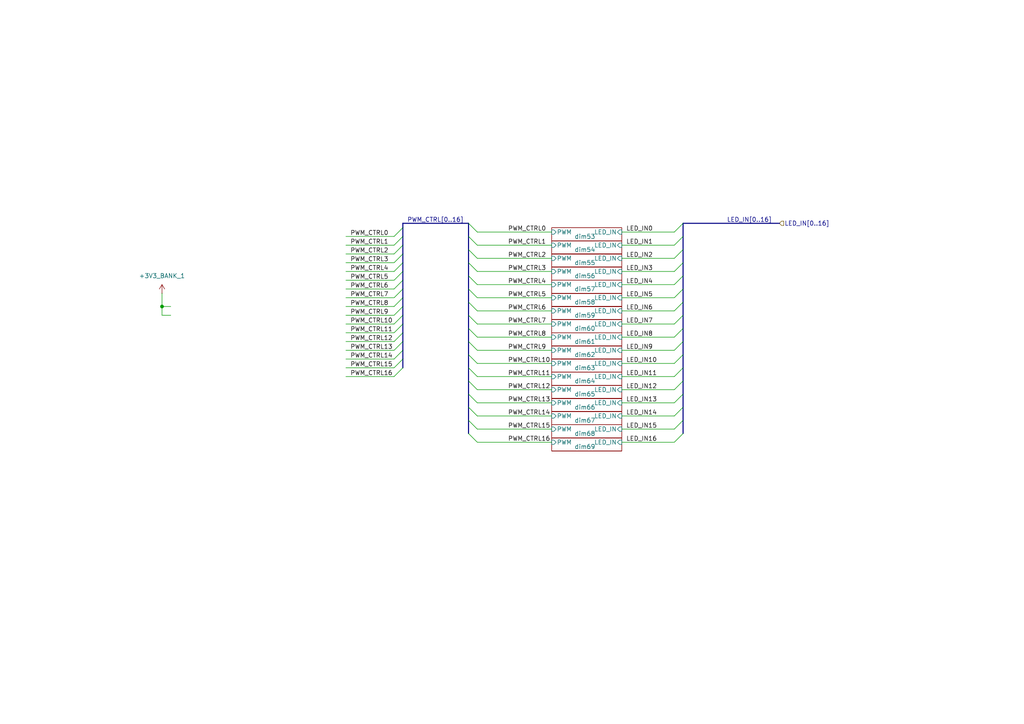
<source format=kicad_sch>
(kicad_sch (version 20231120) (generator "eeschema") (generator_version "8.0")
  (paper "A4")
  (lib_symbols
    (symbol "power:+3V3" (power) (pin_numbers hide) (pin_names (offset 0) hide)
      (property "Value" "+3V3" (at 0 3.556 0))
      (symbol "+3V3_0_1"
        (polyline (pts (xy -0.762 1.27) (xy 0 2.54)))
        (polyline (pts (xy 0 0) (xy 0 2.54)))
        (polyline (pts (xy 0 2.54) (xy 0.762 1.27)))
      )
      (symbol "+3V3_1_1"
        (pin power_in line (at 0 0 90) (length 0) (name "~") (number "1"))
      )
    )
  )
  (junction (at 46.99 88.9))
  (bus_entry (at 116.84 91.44) (size -2.54 2.54))
  (bus_entry (at 116.84 66.04) (size -2.54 2.54))
  (bus_entry (at 116.84 96.52) (size -2.54 2.54))
  (bus_entry (at 198.12 91.44) (size -2.54 2.54))
  (bus_entry (at 198.12 64.77) (size -2.54 2.54))
  (bus_entry (at 198.12 72.39) (size -2.54 2.54))
  (bus_entry (at 135.89 76.2) (size 2.54 2.54))
  (bus_entry (at 198.12 87.63) (size -2.54 2.54))
  (bus_entry (at 135.89 72.39) (size 2.54 2.54))
  (bus_entry (at 116.84 83.82) (size -2.54 2.54))
  (bus_entry (at 135.89 125.73) (size 2.54 2.54))
  (bus_entry (at 198.12 114.3) (size -2.54 2.54))
  (bus_entry (at 135.89 121.92) (size 2.54 2.54))
  (bus_entry (at 116.84 99.06) (size -2.54 2.54))
  (bus_entry (at 135.89 87.63) (size 2.54 2.54))
  (bus_entry (at 116.84 101.6) (size -2.54 2.54))
  (bus_entry (at 198.12 80.01) (size -2.54 2.54))
  (bus_entry (at 135.89 110.49) (size 2.54 2.54))
  (bus_entry (at 198.12 106.68) (size -2.54 2.54))
  (bus_entry (at 116.84 106.68) (size -2.54 2.54))
  (bus_entry (at 116.84 86.36) (size -2.54 2.54))
  (bus_entry (at 135.89 106.68) (size 2.54 2.54))
  (bus_entry (at 135.89 118.11) (size 2.54 2.54))
  (bus_entry (at 116.84 73.66) (size -2.54 2.54))
  (bus_entry (at 198.12 125.73) (size -2.54 2.54))
  (bus_entry (at 135.89 91.44) (size 2.54 2.54))
  (bus_entry (at 135.89 114.3) (size 2.54 2.54))
  (bus_entry (at 198.12 102.87) (size -2.54 2.54))
  (bus_entry (at 135.89 64.77) (size 2.54 2.54))
  (bus_entry (at 198.12 99.06) (size -2.54 2.54))
  (bus_entry (at 198.12 76.2) (size -2.54 2.54))
  (bus_entry (at 116.84 71.12) (size -2.54 2.54))
  (bus_entry (at 116.84 104.14) (size -2.54 2.54))
  (bus_entry (at 198.12 118.11) (size -2.54 2.54))
  (bus_entry (at 198.12 95.25) (size -2.54 2.54))
  (bus_entry (at 116.84 93.98) (size -2.54 2.54))
  (bus_entry (at 135.89 95.25) (size 2.54 2.54))
  (bus_entry (at 198.12 68.58) (size -2.54 2.54))
  (bus_entry (at 135.89 102.87) (size 2.54 2.54))
  (bus_entry (at 116.84 76.2) (size -2.54 2.54))
  (bus_entry (at 116.84 81.28) (size -2.54 2.54))
  (bus_entry (at 198.12 121.92) (size -2.54 2.54))
  (bus_entry (at 135.89 83.82) (size 2.54 2.54))
  (bus_entry (at 116.84 88.9) (size -2.54 2.54))
  (bus_entry (at 198.12 110.49) (size -2.54 2.54))
  (bus_entry (at 116.84 68.58) (size -2.54 2.54))
  (bus_entry (at 116.84 78.74) (size -2.54 2.54))
  (bus_entry (at 135.89 99.06) (size 2.54 2.54))
  (bus_entry (at 135.89 68.58) (size 2.54 2.54))
  (bus_entry (at 198.12 83.82) (size -2.54 2.54))
  (bus_entry (at 135.89 80.01) (size 2.54 2.54))
  (wire (pts (xy 180.34 97.79) (xy 195.58 97.79)))
  (wire (pts (xy 100.33 81.28) (xy 114.3 81.28)))
  (wire (pts (xy 180.34 93.98) (xy 195.58 93.98)))
  (bus (pts (xy 116.84 101.6) (xy 116.84 104.14)))
  (wire (pts (xy 138.43 113.03) (xy 160.02 113.03)))
  (wire (pts (xy 138.43 116.84) (xy 160.02 116.84)))
  (wire (pts (xy 100.33 106.68) (xy 114.3 106.68)))
  (wire (pts (xy 100.33 96.52) (xy 114.3 96.52)))
  (bus (pts (xy 116.84 91.44) (xy 116.84 93.98)))
  (bus (pts (xy 116.84 86.36) (xy 116.84 88.9)))
  (bus (pts (xy 198.12 99.06) (xy 198.12 95.25)))
  (wire (pts (xy 180.34 109.22) (xy 195.58 109.22)))
  (bus (pts (xy 198.12 102.87) (xy 198.12 99.06)))
  (bus (pts (xy 135.89 80.01) (xy 135.89 83.82)))
  (bus (pts (xy 198.12 114.3) (xy 198.12 110.49)))
  (wire (pts (xy 138.43 105.41) (xy 160.02 105.41)))
  (bus (pts (xy 116.84 64.77) (xy 135.89 64.77)))
  (bus (pts (xy 198.12 87.63) (xy 198.12 83.82)))
  (wire (pts (xy 180.34 120.65) (xy 195.58 120.65)))
  (bus (pts (xy 116.84 73.66) (xy 116.84 76.2)))
  (wire (pts (xy 180.34 101.6) (xy 195.58 101.6)))
  (bus (pts (xy 135.89 118.11) (xy 135.89 121.92)))
  (bus (pts (xy 135.89 121.92) (xy 135.89 125.73)))
  (wire (pts (xy 138.43 101.6) (xy 160.02 101.6)))
  (bus (pts (xy 116.84 66.04) (xy 116.84 68.58)))
  (wire (pts (xy 138.43 97.79) (xy 160.02 97.79)))
  (wire (pts (xy 100.33 88.9) (xy 114.3 88.9)))
  (wire (pts (xy 180.34 116.84) (xy 195.58 116.84)))
  (bus (pts (xy 135.89 87.63) (xy 135.89 91.44)))
  (bus (pts (xy 135.89 91.44) (xy 135.89 95.25)))
  (wire (pts (xy 100.33 99.06) (xy 114.3 99.06)))
  (wire (pts (xy 180.34 124.46) (xy 195.58 124.46)))
  (wire (pts (xy 100.33 78.74) (xy 114.3 78.74)))
  (bus (pts (xy 198.12 91.44) (xy 198.12 87.63)))
  (wire (pts (xy 100.33 86.36) (xy 114.3 86.36)))
  (bus (pts (xy 116.84 99.06) (xy 116.84 101.6)))
  (wire (pts (xy 138.43 86.36) (xy 160.02 86.36)))
  (wire (pts (xy 100.33 104.14) (xy 114.3 104.14)))
  (bus (pts (xy 135.89 114.3) (xy 135.89 118.11)))
  (wire (pts (xy 138.43 90.17) (xy 160.02 90.17)))
  (wire (pts (xy 180.34 105.41) (xy 195.58 105.41)))
  (bus (pts (xy 116.84 76.2) (xy 116.84 78.74)))
  (wire (pts (xy 138.43 120.65) (xy 160.02 120.65)))
  (wire (pts (xy 138.43 71.12) (xy 160.02 71.12)))
  (wire (pts (xy 100.33 68.58) (xy 114.3 68.58)))
  (bus (pts (xy 116.84 64.77) (xy 116.84 66.04)))
  (bus (pts (xy 198.12 80.01) (xy 198.12 76.2)))
  (wire (pts (xy 138.43 74.93) (xy 160.02 74.93)))
  (wire (pts (xy 100.33 93.98) (xy 114.3 93.98)))
  (bus (pts (xy 198.12 68.58) (xy 198.12 64.77)))
  (bus (pts (xy 116.84 78.74) (xy 116.84 81.28)))
  (wire (pts (xy 180.34 128.27) (xy 195.58 128.27)))
  (bus (pts (xy 135.89 106.68) (xy 135.89 110.49)))
  (wire (pts (xy 138.43 109.22) (xy 160.02 109.22)))
  (bus (pts (xy 198.12 121.92) (xy 198.12 118.11)))
  (bus (pts (xy 116.84 88.9) (xy 116.84 91.44)))
  (wire (pts (xy 100.33 73.66) (xy 114.3 73.66)))
  (wire (pts (xy 180.34 86.36) (xy 195.58 86.36)))
  (bus (pts (xy 116.84 96.52) (xy 116.84 99.06)))
  (bus (pts (xy 135.89 102.87) (xy 135.89 106.68)))
  (bus (pts (xy 116.84 104.14) (xy 116.84 106.68)))
  (wire (pts (xy 180.34 74.93) (xy 195.58 74.93)))
  (bus (pts (xy 135.89 76.2) (xy 135.89 80.01)))
  (wire (pts (xy 46.99 88.9) (xy 49.53 88.9)))
  (bus (pts (xy 135.89 68.58) (xy 135.89 72.39)))
  (bus (pts (xy 116.84 83.82) (xy 116.84 86.36)))
  (wire (pts (xy 100.33 83.82) (xy 114.3 83.82)))
  (wire (pts (xy 46.99 85.09) (xy 46.99 88.9)))
  (wire (pts (xy 100.33 91.44) (xy 114.3 91.44)))
  (bus (pts (xy 135.89 95.25) (xy 135.89 99.06)))
  (wire (pts (xy 100.33 109.22) (xy 114.3 109.22)))
  (bus (pts (xy 135.89 72.39) (xy 135.89 76.2)))
  (wire (pts (xy 180.34 82.55) (xy 195.58 82.55)))
  (bus (pts (xy 116.84 93.98) (xy 116.84 96.52)))
  (bus (pts (xy 135.89 83.82) (xy 135.89 87.63)))
  (wire (pts (xy 180.34 71.12) (xy 195.58 71.12)))
  (wire (pts (xy 46.99 91.44) (xy 46.99 88.9)))
  (bus (pts (xy 198.12 64.77) (xy 226.06 64.77)))
  (wire (pts (xy 180.34 90.17) (xy 195.58 90.17)))
  (bus (pts (xy 116.84 68.58) (xy 116.84 71.12)))
  (bus (pts (xy 198.12 110.49) (xy 198.12 106.68)))
  (wire (pts (xy 138.43 124.46) (xy 160.02 124.46)))
  (bus (pts (xy 198.12 72.39) (xy 198.12 68.58)))
  (bus (pts (xy 135.89 99.06) (xy 135.89 102.87)))
  (bus (pts (xy 135.89 110.49) (xy 135.89 114.3)))
  (wire (pts (xy 138.43 82.55) (xy 160.02 82.55)))
  (bus (pts (xy 198.12 118.11) (xy 198.12 114.3)))
  (wire (pts (xy 180.34 113.03) (xy 195.58 113.03)))
  (bus (pts (xy 198.12 83.82) (xy 198.12 80.01)))
  (wire (pts (xy 100.33 76.2) (xy 114.3 76.2)))
  (wire (pts (xy 138.43 78.74) (xy 160.02 78.74)))
  (wire (pts (xy 138.43 93.98) (xy 160.02 93.98)))
  (wire (pts (xy 138.43 67.31) (xy 160.02 67.31)))
  (bus (pts (xy 135.89 64.77) (xy 135.89 68.58)))
  (bus (pts (xy 198.12 76.2) (xy 198.12 72.39)))
  (bus (pts (xy 198.12 125.73) (xy 198.12 121.92)))
  (wire (pts (xy 180.34 67.31) (xy 195.58 67.31)))
  (bus (pts (xy 198.12 106.68) (xy 198.12 102.87)))
  (bus (pts (xy 198.12 95.25) (xy 198.12 91.44)))
  (wire (pts (xy 100.33 101.6) (xy 114.3 101.6)))
  (wire (pts (xy 138.43 128.27) (xy 160.02 128.27)))
  (bus (pts (xy 116.84 71.12) (xy 116.84 73.66)))
  (wire (pts (xy 100.33 71.12) (xy 114.3 71.12)))
  (wire (pts (xy 180.34 78.74) (xy 195.58 78.74)))
  (wire (pts (xy 49.53 91.44) (xy 46.99 91.44)))
  (bus (pts (xy 116.84 81.28) (xy 116.84 83.82)))
  (label "PWM_CTRL7" (at 101.6 86.36 0))
  (label "PWM_CTRL15" (at 101.6 106.68 0))
  (label "PWM_CTRL11" (at 101.6 96.52 0))
  (label "PWM_CTRL16" (at 147.32 128.27 0))
  (label "LED_IN2" (at 181.61 74.93 0))
  (label "PWM_CTRL3" (at 101.6 76.2 0))
  (label "PWM_CTRL10" (at 101.6 93.98 0))
  (label "PWM_CTRL2" (at 147.32 74.93 0))
  (label "PWM_CTRL1" (at 147.32 71.12 0))
  (label "PWM_CTRL9" (at 101.6 91.44 0))
  (label "LED_IN1" (at 181.61 71.12 0))
  (label "LED_IN10" (at 181.61 105.41 0))
  (label "PWM_CTRL6" (at 101.6 83.82 0))
  (label "PWM_CTRL7" (at 147.32 93.98 0))
  (label "PWM_CTRL[0..16]" (at 118.11 64.77 0))
  (label "PWM_CTRL16" (at 101.6 109.22 0))
  (label "PWM_CTRL8" (at 147.32 97.79 0))
  (label "PWM_CTRL2" (at 101.6 73.66 0))
  (label "PWM_CTRL15" (at 147.32 124.46 0))
  (label "LED_IN16" (at 181.61 128.27 0))
  (label "LED_IN3" (at 181.61 78.74 0))
  (label "PWM_CTRL5" (at 147.32 86.36 0))
  (label "PWM_CTRL14" (at 147.32 120.65 0))
  (label "PWM_CTRL0" (at 101.6 68.58 0))
  (label "LED_IN14" (at 181.61 120.65 0))
  (label "LED_IN11" (at 181.61 109.22 0))
  (label "LED_IN6" (at 181.61 90.17 0))
  (label "PWM_CTRL5" (at 101.6 81.28 0))
  (label "LED_IN8" (at 181.61 97.79 0))
  (label "PWM_CTRL6" (at 147.32 90.17 0))
  (label "LED_IN9" (at 181.61 101.6 0))
  (label "PWM_CTRL9" (at 147.32 101.6 0))
  (label "LED_IN0" (at 181.61 67.31 0))
  (label "LED_IN13" (at 181.61 116.84 0))
  (label "PWM_CTRL13" (at 147.32 116.84 0))
  (label "PWM_CTRL14" (at 101.6 104.14 0))
  (label "PWM_CTRL10" (at 147.32 105.41 0))
  (label "LED_IN15" (at 181.61 124.46 0))
  (label "PWM_CTRL3" (at 147.32 78.74 0))
  (label "LED_IN4" (at 181.61 82.55 0))
  (label "PWM_CTRL13" (at 101.6 101.6 0))
  (label "PWM_CTRL4" (at 101.6 78.74 0))
  (label "LED_IN7" (at 181.61 93.98 0))
  (label "PWM_CTRL8" (at 101.6 88.9 0))
  (label "PWM_CTRL12" (at 147.32 113.03 0))
  (label "PWM_CTRL0" (at 147.32 67.31 0))
  (label "LED_IN5" (at 181.61 86.36 0))
  (label "PWM_CTRL11" (at 147.32 109.22 0))
  (label "LED_IN12" (at 181.61 113.03 0))
  (label "PWM_CTRL1" (at 101.6 71.12 0))
  (label "LED_IN[0..16]" (at 210.82 64.77 0))
  (label "PWM_CTRL12" (at 101.6 99.06 0))
  (label "PWM_CTRL4" (at 147.32 82.55 0))
  (hierarchical_label "LED_IN[0..16]" (shape input) (at 226.06 64.77 0))
  (symbol (lib_id "power:+3V3") (at 46.99 85.09 0) (unit 1)
    (property "Reference" "#PWR0232" (effects (hide yes)))
    (property "Value" "+3V3_BANK_1" (at 46.99 80.01 0))
    (property "Description" "Power symbol creates a global label with name \"+3V3\"" (effects (hide yes)))
  )
  (sheet (at 160.02 127) (size 20.32 3.81) (stroke (width 0.1524))
    (property "Sheetname" "dim69" (at 166.624 130.302 0) (effects (justify left bottom)))
    (property "Sheetfile" "dim.kicad_sch" (effects (hide yes)))
    (pin "LED_IN" input (at 180.34 128.27 0))
    (pin "PWM" input (at 160.02 128.27 180))
  )
  (sheet (at 160.02 119.38) (size 20.32 3.81) (stroke (width 0.1524))
    (property "Sheetname" "dim67" (at 166.624 122.682 0) (effects (justify left bottom)))
    (property "Sheetfile" "dim.kicad_sch" (effects (hide yes)))
    (pin "LED_IN" input (at 180.34 120.65 0))
    (pin "PWM" input (at 160.02 120.65 180))
  )
  (sheet (at 160.02 92.71) (size 20.32 3.81) (stroke (width 0.1524))
    (property "Sheetname" "dim60" (at 166.624 96.012 0) (effects (justify left bottom)))
    (property "Sheetfile" "dim.kicad_sch" (effects (hide yes)))
    (pin "LED_IN" input (at 180.34 93.98 0))
    (pin "PWM" input (at 160.02 93.98 180))
  )
  (sheet (at 160.02 85.09) (size 20.32 3.81) (stroke (width 0.1524))
    (property "Sheetname" "dim58" (at 166.624 88.392 0) (effects (justify left bottom)))
    (property "Sheetfile" "dim.kicad_sch" (effects (hide yes)))
    (pin "LED_IN" input (at 180.34 86.36 0))
    (pin "PWM" input (at 160.02 86.36 180))
  )
  (sheet (at 160.02 115.57) (size 20.32 3.81) (stroke (width 0.1524))
    (property "Sheetname" "dim66" (at 166.624 118.872 0) (effects (justify left bottom)))
    (property "Sheetfile" "dim.kicad_sch" (effects (hide yes)))
    (pin "LED_IN" input (at 180.34 116.84 0))
    (pin "PWM" input (at 160.02 116.84 180))
  )
  (sheet (at 160.02 69.85) (size 20.32 3.81) (stroke (width 0.1524))
    (property "Sheetname" "dim54" (at 166.624 73.152 0) (effects (justify left bottom)))
    (property "Sheetfile" "dim.kicad_sch" (effects (hide yes)))
    (pin "LED_IN" input (at 180.34 71.12 0))
    (pin "PWM" input (at 160.02 71.12 180))
  )
  (sheet (at 160.02 111.76) (size 20.32 3.81) (stroke (width 0.1524))
    (property "Sheetname" "dim65" (at 166.624 115.062 0) (effects (justify left bottom)))
    (property "Sheetfile" "dim.kicad_sch" (effects (hide yes)))
    (pin "LED_IN" input (at 180.34 113.03 0))
    (pin "PWM" input (at 160.02 113.03 180))
  )
  (sheet (at 160.02 77.47) (size 20.32 3.81) (stroke (width 0.1524))
    (property "Sheetname" "dim56" (at 166.624 80.772 0) (effects (justify left bottom)))
    (property "Sheetfile" "dim.kicad_sch" (effects (hide yes)))
    (pin "LED_IN" input (at 180.34 78.74 0))
    (pin "PWM" input (at 160.02 78.74 180))
  )
  (sheet (at 160.02 96.52) (size 20.32 3.81) (stroke (width 0.1524))
    (property "Sheetname" "dim61" (at 166.624 99.822 0) (effects (justify left bottom)))
    (property "Sheetfile" "dim.kicad_sch" (effects (hide yes)))
    (pin "LED_IN" input (at 180.34 97.79 0))
    (pin "PWM" input (at 160.02 97.79 180))
  )
  (sheet (at 160.02 104.14) (size 20.32 3.81) (stroke (width 0.1524))
    (property "Sheetname" "dim63" (at 166.624 107.442 0) (effects (justify left bottom)))
    (property "Sheetfile" "dim.kicad_sch" (effects (hide yes)))
    (pin "LED_IN" input (at 180.34 105.41 0))
    (pin "PWM" input (at 160.02 105.41 180))
  )
  (sheet (at 160.02 100.33) (size 20.32 3.81) (stroke (width 0.1524))
    (property "Sheetname" "dim62" (at 166.624 103.632 0) (effects (justify left bottom)))
    (property "Sheetfile" "dim.kicad_sch" (effects (hide yes)))
    (pin "LED_IN" input (at 180.34 101.6 0))
    (pin "PWM" input (at 160.02 101.6 180))
  )
  (sheet (at 160.02 88.9) (size 20.32 3.81) (stroke (width 0.1524))
    (property "Sheetname" "dim59" (at 166.624 92.202 0) (effects (justify left bottom)))
    (property "Sheetfile" "dim.kicad_sch" (effects (hide yes)))
    (pin "LED_IN" input (at 180.34 90.17 0))
    (pin "PWM" input (at 160.02 90.17 180))
  )
  (sheet (at 160.02 81.28) (size 20.32 3.81) (stroke (width 0.1524))
    (property "Sheetname" "dim57" (at 166.624 84.582 0) (effects (justify left bottom)))
    (property "Sheetfile" "dim.kicad_sch" (effects (hide yes)))
    (pin "LED_IN" input (at 180.34 82.55 0))
    (pin "PWM" input (at 160.02 82.55 180))
  )
  (sheet (at 160.02 107.95) (size 20.32 3.81) (stroke (width 0.1524))
    (property "Sheetname" "dim64" (at 166.624 111.252 0) (effects (justify left bottom)))
    (property "Sheetfile" "dim.kicad_sch" (effects (hide yes)))
    (pin "LED_IN" input (at 180.34 109.22 0))
    (pin "PWM" input (at 160.02 109.22 180))
  )
  (sheet (at 160.02 73.66) (size 20.32 3.81) (stroke (width 0.1524))
    (property "Sheetname" "dim55" (at 166.624 76.962 0) (effects (justify left bottom)))
    (property "Sheetfile" "dim.kicad_sch" (effects (hide yes)))
    (pin "LED_IN" input (at 180.34 74.93 0))
    (pin "PWM" input (at 160.02 74.93 180))
  )
  (sheet (at 160.02 66.04) (size 20.32 3.81) (stroke (width 0.1524))
    (property "Sheetname" "dim53" (at 166.624 69.342 0) (effects (justify left bottom)))
    (property "Sheetfile" "dim.kicad_sch" (effects (hide yes)))
    (pin "LED_IN" input (at 180.34 67.31 0))
    (pin "PWM" input (at 160.02 67.31 180))
  )
  (sheet (at 160.02 123.19) (size 20.32 3.81) (stroke (width 0.1524))
    (property "Sheetname" "dim68" (at 166.624 126.492 0) (effects (justify left bottom)))
    (property "Sheetfile" "dim.kicad_sch" (effects (hide yes)))
    (pin "LED_IN" input (at 180.34 124.46 0))
    (pin "PWM" input (at 160.02 124.46 180))
  )
)
</source>
